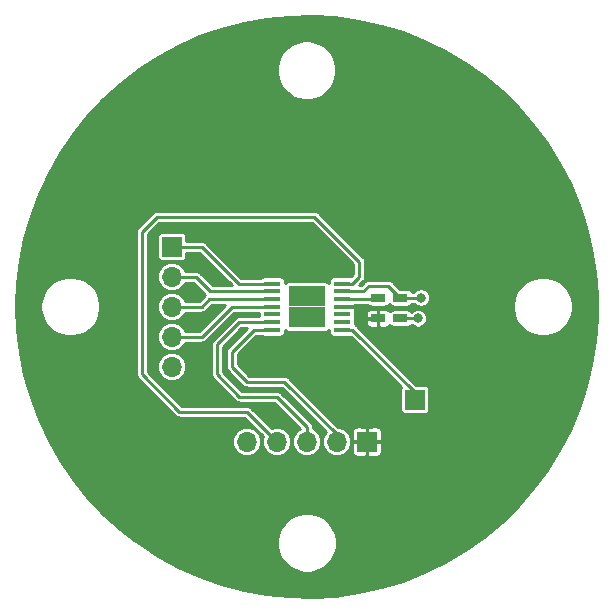
<source format=gbr>
G04 #@! TF.GenerationSoftware,KiCad,Pcbnew,(5.1.4)-1*
G04 #@! TF.CreationDate,2020-03-07T09:14:15+01:00*
G04 #@! TF.ProjectId,Encoder,456e636f-6465-4722-9e6b-696361645f70,rev?*
G04 #@! TF.SameCoordinates,Original*
G04 #@! TF.FileFunction,Copper,L1,Top*
G04 #@! TF.FilePolarity,Positive*
%FSLAX46Y46*%
G04 Gerber Fmt 4.6, Leading zero omitted, Abs format (unit mm)*
G04 Created by KiCad (PCBNEW (5.1.4)-1) date 2020-03-07 09:14:15*
%MOMM*%
%LPD*%
G04 APERTURE LIST*
%ADD10R,1.200000X0.750000*%
%ADD11R,1.700000X1.700000*%
%ADD12O,1.700000X1.700000*%
%ADD13R,1.500000X1.800000*%
%ADD14R,1.450000X0.450000*%
%ADD15C,0.800000*%
%ADD16C,0.250000*%
%ADD17C,0.254000*%
G04 APERTURE END LIST*
D10*
X167950000Y-79248000D03*
X166050000Y-79248000D03*
X166050000Y-81000000D03*
X167950000Y-81000000D03*
D11*
X148590000Y-74930000D03*
D12*
X148590000Y-77470000D03*
X148590000Y-80010000D03*
X148590000Y-82550000D03*
X148590000Y-85090000D03*
X154940000Y-91440000D03*
X157480000Y-91440000D03*
X160020000Y-91440000D03*
X162560000Y-91440000D03*
D11*
X165100000Y-91440000D03*
X169164000Y-87884000D03*
D13*
X159270000Y-79110000D03*
D14*
X162970000Y-78060000D03*
X162970000Y-78710000D03*
X162970000Y-79360000D03*
X162970000Y-80010000D03*
X162970000Y-80660000D03*
X162970000Y-81310000D03*
X162970000Y-81960000D03*
X157070000Y-81960000D03*
X157070000Y-81310000D03*
X157070000Y-80660000D03*
X157070000Y-80010000D03*
X157070000Y-79360000D03*
X157070000Y-78710000D03*
X157070000Y-78060000D03*
D13*
X160770000Y-79110000D03*
X160770000Y-80910000D03*
X159270000Y-80910000D03*
D15*
X169671996Y-79248004D03*
X169443986Y-81000000D03*
D16*
X169671992Y-79248000D02*
X169671996Y-79248004D01*
X167950000Y-79248000D02*
X169671992Y-79248000D01*
X166934000Y-78232000D02*
X167950000Y-79248000D01*
X165257998Y-78232000D02*
X166934000Y-78232000D01*
X162970000Y-78710000D02*
X164779998Y-78710000D01*
X164779998Y-78710000D02*
X165257998Y-78232000D01*
X167950000Y-81000000D02*
X169443986Y-81000000D01*
X165802000Y-79248000D02*
X166050000Y-79000000D01*
X165608000Y-79248000D02*
X165802000Y-79248000D01*
X162970000Y-79360000D02*
X165496000Y-79360000D01*
X165496000Y-79360000D02*
X165608000Y-79248000D01*
X151130000Y-74930000D02*
X148590000Y-74930000D01*
X157070000Y-78060000D02*
X154260000Y-78060000D01*
X154260000Y-78060000D02*
X151130000Y-74930000D01*
X150622000Y-77470000D02*
X148590000Y-77470000D01*
X157070000Y-78710000D02*
X151862000Y-78710000D01*
X151862000Y-78710000D02*
X150622000Y-77470000D01*
X151130000Y-80010000D02*
X148590000Y-80010000D01*
X157070000Y-79360000D02*
X151780000Y-79360000D01*
X151780000Y-79360000D02*
X151130000Y-80010000D01*
X153657499Y-80010000D02*
X157070000Y-80010000D01*
X148590000Y-82550000D02*
X151117499Y-82550000D01*
X151117499Y-82550000D02*
X153657499Y-80010000D01*
X154940000Y-88900000D02*
X157480000Y-91440000D01*
X149225000Y-88900000D02*
X154940000Y-88900000D01*
X146050000Y-85725000D02*
X149225000Y-88900000D01*
X146050000Y-73660000D02*
X146050000Y-85725000D01*
X163875000Y-78060000D02*
X164465000Y-77470000D01*
X162970000Y-78060000D02*
X163875000Y-78060000D01*
X164465000Y-76200000D02*
X160655000Y-72390000D01*
X160655000Y-72390000D02*
X147320000Y-72390000D01*
X164465000Y-77470000D02*
X164465000Y-76200000D01*
X147320000Y-72390000D02*
X146050000Y-73660000D01*
X160020000Y-90170000D02*
X160020000Y-91440000D01*
X154273590Y-81310000D02*
X152400000Y-83183590D01*
X157070000Y-81310000D02*
X154273590Y-81310000D01*
X152400000Y-83183590D02*
X152400000Y-85725000D01*
X152400000Y-85725000D02*
X154305000Y-87630000D01*
X154305000Y-87630000D02*
X157480000Y-87630000D01*
X157480000Y-87630000D02*
X160020000Y-90170000D01*
X162560000Y-90805000D02*
X158115000Y-86360000D01*
X155530000Y-81960000D02*
X157070000Y-81960000D01*
X162560000Y-91440000D02*
X162560000Y-90805000D01*
X158115000Y-86360000D02*
X154940000Y-86360000D01*
X154940000Y-86360000D02*
X153670000Y-85090000D01*
X153670000Y-85090000D02*
X153670000Y-83820000D01*
X153670000Y-83820000D02*
X155530000Y-81960000D01*
X169164000Y-87249000D02*
X169164000Y-87884000D01*
X162970000Y-81960000D02*
X163875000Y-81960000D01*
X163875000Y-81960000D02*
X169164000Y-87249000D01*
D17*
G36*
X162441048Y-55527441D02*
G01*
X164377680Y-55798745D01*
X166286635Y-56223056D01*
X168155845Y-56797693D01*
X169973490Y-57519023D01*
X171728079Y-58382484D01*
X173408520Y-59382618D01*
X175004188Y-60513102D01*
X176504995Y-61766789D01*
X177901451Y-63135752D01*
X179184729Y-64611336D01*
X180346715Y-66184212D01*
X181380063Y-67844435D01*
X182278239Y-69581511D01*
X183035564Y-71384455D01*
X183647252Y-73241870D01*
X184109433Y-75142011D01*
X184419188Y-77072867D01*
X184574556Y-79022228D01*
X184574556Y-80977772D01*
X184419188Y-82927133D01*
X184109433Y-84857989D01*
X183647252Y-86758130D01*
X183035564Y-88615545D01*
X182278239Y-90418489D01*
X181380063Y-92155565D01*
X180346715Y-93815788D01*
X179184729Y-95388664D01*
X177901451Y-96864248D01*
X176504995Y-98233211D01*
X175004188Y-99486898D01*
X173408520Y-100617382D01*
X171728079Y-101617516D01*
X169973490Y-102480977D01*
X168155845Y-103202307D01*
X166286635Y-103776944D01*
X164377680Y-104201255D01*
X162441048Y-104472559D01*
X160488983Y-104589138D01*
X158533826Y-104550258D01*
X156587938Y-104356163D01*
X154663623Y-104008080D01*
X152773046Y-103508211D01*
X150928161Y-102859715D01*
X149140630Y-102066693D01*
X147421756Y-101134157D01*
X145782405Y-100068005D01*
X145370325Y-99750718D01*
X157494001Y-99750718D01*
X157494001Y-100249282D01*
X157591266Y-100738265D01*
X157782058Y-101198878D01*
X158059045Y-101613418D01*
X158411583Y-101965956D01*
X158826123Y-102242943D01*
X159286736Y-102433735D01*
X159775719Y-102531000D01*
X160274283Y-102531000D01*
X160763266Y-102433735D01*
X161223879Y-102242943D01*
X161638419Y-101965956D01*
X161990957Y-101613418D01*
X162267944Y-101198878D01*
X162458736Y-100738265D01*
X162556001Y-100249282D01*
X162556001Y-99750718D01*
X162458736Y-99261735D01*
X162267944Y-98801122D01*
X161990957Y-98386582D01*
X161638419Y-98034044D01*
X161223879Y-97757057D01*
X160763266Y-97566265D01*
X160274283Y-97469000D01*
X159775719Y-97469000D01*
X159286736Y-97566265D01*
X158826123Y-97757057D01*
X158411583Y-98034044D01*
X158059045Y-98386582D01*
X157782058Y-98801122D01*
X157591266Y-99261735D01*
X157494001Y-99750718D01*
X145370325Y-99750718D01*
X144232943Y-98874977D01*
X142783165Y-97562615D01*
X141442238Y-96139216D01*
X140218638Y-94613780D01*
X139120103Y-92995951D01*
X138235472Y-91440000D01*
X153703044Y-91440000D01*
X153726812Y-91681318D01*
X153797202Y-91913363D01*
X153911509Y-92127216D01*
X154065340Y-92314660D01*
X154252784Y-92468491D01*
X154466637Y-92582798D01*
X154698682Y-92653188D01*
X154879528Y-92671000D01*
X155000472Y-92671000D01*
X155181318Y-92653188D01*
X155413363Y-92582798D01*
X155627216Y-92468491D01*
X155814660Y-92314660D01*
X155968491Y-92127216D01*
X156082798Y-91913363D01*
X156153188Y-91681318D01*
X156176956Y-91440000D01*
X156153188Y-91198682D01*
X156082798Y-90966637D01*
X155968491Y-90752784D01*
X155814660Y-90565340D01*
X155627216Y-90411509D01*
X155413363Y-90297202D01*
X155181318Y-90226812D01*
X155000472Y-90209000D01*
X154879528Y-90209000D01*
X154698682Y-90226812D01*
X154466637Y-90297202D01*
X154252784Y-90411509D01*
X154065340Y-90565340D01*
X153911509Y-90752784D01*
X153797202Y-90966637D01*
X153726812Y-91198682D01*
X153703044Y-91440000D01*
X138235472Y-91440000D01*
X138153577Y-91295958D01*
X137325172Y-89524547D01*
X136640124Y-87692920D01*
X136102764Y-85812655D01*
X135716491Y-83895641D01*
X135483746Y-81953997D01*
X135406000Y-80000000D01*
X135415918Y-79750718D01*
X137469000Y-79750718D01*
X137469000Y-80249282D01*
X137566265Y-80738265D01*
X137757057Y-81198878D01*
X138034044Y-81613418D01*
X138386582Y-81965956D01*
X138801122Y-82242943D01*
X139261735Y-82433735D01*
X139750718Y-82531000D01*
X140249282Y-82531000D01*
X140738265Y-82433735D01*
X141198878Y-82242943D01*
X141613418Y-81965956D01*
X141965956Y-81613418D01*
X142242943Y-81198878D01*
X142433735Y-80738265D01*
X142531000Y-80249282D01*
X142531000Y-79750718D01*
X142433735Y-79261735D01*
X142242943Y-78801122D01*
X141965956Y-78386582D01*
X141613418Y-78034044D01*
X141198878Y-77757057D01*
X140738265Y-77566265D01*
X140249282Y-77469000D01*
X139750718Y-77469000D01*
X139261735Y-77566265D01*
X138801122Y-77757057D01*
X138386582Y-78034044D01*
X138034044Y-78386582D01*
X137757057Y-78801122D01*
X137566265Y-79261735D01*
X137469000Y-79750718D01*
X135415918Y-79750718D01*
X135483746Y-78046003D01*
X135716491Y-76104359D01*
X136102764Y-74187345D01*
X136253473Y-73660000D01*
X145541553Y-73660000D01*
X145544000Y-73684846D01*
X145544001Y-85700144D01*
X145541553Y-85725000D01*
X145551322Y-85824192D01*
X145580255Y-85919574D01*
X145589699Y-85937242D01*
X145627242Y-86007479D01*
X145690474Y-86084527D01*
X145709781Y-86100372D01*
X148849628Y-89240220D01*
X148865473Y-89259527D01*
X148942521Y-89322759D01*
X149030425Y-89369745D01*
X149125807Y-89398678D01*
X149200146Y-89406000D01*
X149200153Y-89406000D01*
X149224999Y-89408447D01*
X149249845Y-89406000D01*
X154730409Y-89406000D01*
X156326459Y-91002051D01*
X156266812Y-91198682D01*
X156243044Y-91440000D01*
X156266812Y-91681318D01*
X156337202Y-91913363D01*
X156451509Y-92127216D01*
X156605340Y-92314660D01*
X156792784Y-92468491D01*
X157006637Y-92582798D01*
X157238682Y-92653188D01*
X157419528Y-92671000D01*
X157540472Y-92671000D01*
X157721318Y-92653188D01*
X157953363Y-92582798D01*
X158167216Y-92468491D01*
X158354660Y-92314660D01*
X158508491Y-92127216D01*
X158622798Y-91913363D01*
X158693188Y-91681318D01*
X158716956Y-91440000D01*
X158693188Y-91198682D01*
X158622798Y-90966637D01*
X158508491Y-90752784D01*
X158354660Y-90565340D01*
X158167216Y-90411509D01*
X157953363Y-90297202D01*
X157721318Y-90226812D01*
X157540472Y-90209000D01*
X157419528Y-90209000D01*
X157238682Y-90226812D01*
X157042051Y-90286459D01*
X155315376Y-88559785D01*
X155299527Y-88540473D01*
X155222479Y-88477241D01*
X155134575Y-88430255D01*
X155039193Y-88401322D01*
X154964854Y-88394000D01*
X154964846Y-88394000D01*
X154940000Y-88391553D01*
X154915154Y-88394000D01*
X149434592Y-88394000D01*
X146556000Y-85515409D01*
X146556000Y-85090000D01*
X147353044Y-85090000D01*
X147376812Y-85331318D01*
X147447202Y-85563363D01*
X147561509Y-85777216D01*
X147715340Y-85964660D01*
X147902784Y-86118491D01*
X148116637Y-86232798D01*
X148348682Y-86303188D01*
X148529528Y-86321000D01*
X148650472Y-86321000D01*
X148831318Y-86303188D01*
X149063363Y-86232798D01*
X149277216Y-86118491D01*
X149464660Y-85964660D01*
X149618491Y-85777216D01*
X149732798Y-85563363D01*
X149803188Y-85331318D01*
X149826956Y-85090000D01*
X149803188Y-84848682D01*
X149732798Y-84616637D01*
X149618491Y-84402784D01*
X149464660Y-84215340D01*
X149277216Y-84061509D01*
X149063363Y-83947202D01*
X148831318Y-83876812D01*
X148650472Y-83859000D01*
X148529528Y-83859000D01*
X148348682Y-83876812D01*
X148116637Y-83947202D01*
X147902784Y-84061509D01*
X147715340Y-84215340D01*
X147561509Y-84402784D01*
X147447202Y-84616637D01*
X147376812Y-84848682D01*
X147353044Y-85090000D01*
X146556000Y-85090000D01*
X146556000Y-73869591D01*
X147529592Y-72896000D01*
X160445409Y-72896000D01*
X163959001Y-76409593D01*
X163959000Y-77260408D01*
X163760774Y-77458635D01*
X163695000Y-77452157D01*
X162245000Y-77452157D01*
X162170311Y-77459513D01*
X162098492Y-77481299D01*
X162032304Y-77516678D01*
X161974289Y-77564289D01*
X161926678Y-77622304D01*
X161891299Y-77688492D01*
X161869513Y-77760311D01*
X161862157Y-77835000D01*
X161862157Y-78041895D01*
X161838322Y-77997304D01*
X161790711Y-77939289D01*
X161732696Y-77891678D01*
X161666508Y-77856299D01*
X161594689Y-77834513D01*
X161520000Y-77827157D01*
X158520000Y-77827157D01*
X158445311Y-77834513D01*
X158373492Y-77856299D01*
X158307304Y-77891678D01*
X158249289Y-77939289D01*
X158201678Y-77997304D01*
X158177843Y-78041895D01*
X158177843Y-77835000D01*
X158170487Y-77760311D01*
X158148701Y-77688492D01*
X158113322Y-77622304D01*
X158065711Y-77564289D01*
X158007696Y-77516678D01*
X157941508Y-77481299D01*
X157869689Y-77459513D01*
X157795000Y-77452157D01*
X156345000Y-77452157D01*
X156270311Y-77459513D01*
X156198492Y-77481299D01*
X156132304Y-77516678D01*
X156086826Y-77554000D01*
X154469592Y-77554000D01*
X151505376Y-74589785D01*
X151489527Y-74570473D01*
X151412479Y-74507241D01*
X151324575Y-74460255D01*
X151229193Y-74431322D01*
X151154854Y-74424000D01*
X151154846Y-74424000D01*
X151130000Y-74421553D01*
X151105154Y-74424000D01*
X149822843Y-74424000D01*
X149822843Y-74080000D01*
X149815487Y-74005311D01*
X149793701Y-73933492D01*
X149758322Y-73867304D01*
X149710711Y-73809289D01*
X149652696Y-73761678D01*
X149586508Y-73726299D01*
X149514689Y-73704513D01*
X149440000Y-73697157D01*
X147740000Y-73697157D01*
X147665311Y-73704513D01*
X147593492Y-73726299D01*
X147527304Y-73761678D01*
X147469289Y-73809289D01*
X147421678Y-73867304D01*
X147386299Y-73933492D01*
X147364513Y-74005311D01*
X147357157Y-74080000D01*
X147357157Y-75780000D01*
X147364513Y-75854689D01*
X147386299Y-75926508D01*
X147421678Y-75992696D01*
X147469289Y-76050711D01*
X147527304Y-76098322D01*
X147593492Y-76133701D01*
X147665311Y-76155487D01*
X147740000Y-76162843D01*
X149440000Y-76162843D01*
X149514689Y-76155487D01*
X149586508Y-76133701D01*
X149652696Y-76098322D01*
X149710711Y-76050711D01*
X149758322Y-75992696D01*
X149793701Y-75926508D01*
X149815487Y-75854689D01*
X149822843Y-75780000D01*
X149822843Y-75436000D01*
X150920409Y-75436000D01*
X153688408Y-78204000D01*
X152071592Y-78204000D01*
X150997376Y-77129785D01*
X150981527Y-77110473D01*
X150904479Y-77047241D01*
X150816575Y-77000255D01*
X150721193Y-76971322D01*
X150646854Y-76964000D01*
X150646846Y-76964000D01*
X150622000Y-76961553D01*
X150597154Y-76964000D01*
X149715353Y-76964000D01*
X149618491Y-76782784D01*
X149464660Y-76595340D01*
X149277216Y-76441509D01*
X149063363Y-76327202D01*
X148831318Y-76256812D01*
X148650472Y-76239000D01*
X148529528Y-76239000D01*
X148348682Y-76256812D01*
X148116637Y-76327202D01*
X147902784Y-76441509D01*
X147715340Y-76595340D01*
X147561509Y-76782784D01*
X147447202Y-76996637D01*
X147376812Y-77228682D01*
X147353044Y-77470000D01*
X147376812Y-77711318D01*
X147447202Y-77943363D01*
X147561509Y-78157216D01*
X147715340Y-78344660D01*
X147902784Y-78498491D01*
X148116637Y-78612798D01*
X148348682Y-78683188D01*
X148529528Y-78701000D01*
X148650472Y-78701000D01*
X148831318Y-78683188D01*
X149063363Y-78612798D01*
X149277216Y-78498491D01*
X149464660Y-78344660D01*
X149618491Y-78157216D01*
X149715353Y-77976000D01*
X150412409Y-77976000D01*
X151429485Y-78993077D01*
X151420473Y-79000473D01*
X151404629Y-79019779D01*
X150920409Y-79504000D01*
X149715353Y-79504000D01*
X149618491Y-79322784D01*
X149464660Y-79135340D01*
X149277216Y-78981509D01*
X149063363Y-78867202D01*
X148831318Y-78796812D01*
X148650472Y-78779000D01*
X148529528Y-78779000D01*
X148348682Y-78796812D01*
X148116637Y-78867202D01*
X147902784Y-78981509D01*
X147715340Y-79135340D01*
X147561509Y-79322784D01*
X147447202Y-79536637D01*
X147376812Y-79768682D01*
X147353044Y-80010000D01*
X147376812Y-80251318D01*
X147447202Y-80483363D01*
X147561509Y-80697216D01*
X147715340Y-80884660D01*
X147902784Y-81038491D01*
X148116637Y-81152798D01*
X148348682Y-81223188D01*
X148529528Y-81241000D01*
X148650472Y-81241000D01*
X148831318Y-81223188D01*
X149063363Y-81152798D01*
X149277216Y-81038491D01*
X149464660Y-80884660D01*
X149618491Y-80697216D01*
X149715353Y-80516000D01*
X151105154Y-80516000D01*
X151130000Y-80518447D01*
X151154846Y-80516000D01*
X151154854Y-80516000D01*
X151229193Y-80508678D01*
X151324575Y-80479745D01*
X151412479Y-80432759D01*
X151489527Y-80369527D01*
X151505376Y-80350215D01*
X151989592Y-79866000D01*
X153085907Y-79866000D01*
X150907908Y-82044000D01*
X149715353Y-82044000D01*
X149618491Y-81862784D01*
X149464660Y-81675340D01*
X149277216Y-81521509D01*
X149063363Y-81407202D01*
X148831318Y-81336812D01*
X148650472Y-81319000D01*
X148529528Y-81319000D01*
X148348682Y-81336812D01*
X148116637Y-81407202D01*
X147902784Y-81521509D01*
X147715340Y-81675340D01*
X147561509Y-81862784D01*
X147447202Y-82076637D01*
X147376812Y-82308682D01*
X147353044Y-82550000D01*
X147376812Y-82791318D01*
X147447202Y-83023363D01*
X147561509Y-83237216D01*
X147715340Y-83424660D01*
X147902784Y-83578491D01*
X148116637Y-83692798D01*
X148348682Y-83763188D01*
X148529528Y-83781000D01*
X148650472Y-83781000D01*
X148831318Y-83763188D01*
X149063363Y-83692798D01*
X149277216Y-83578491D01*
X149464660Y-83424660D01*
X149618491Y-83237216D01*
X149715353Y-83056000D01*
X151092653Y-83056000D01*
X151117499Y-83058447D01*
X151142345Y-83056000D01*
X151142353Y-83056000D01*
X151216692Y-83048678D01*
X151312074Y-83019745D01*
X151399978Y-82972759D01*
X151477026Y-82909527D01*
X151492875Y-82890215D01*
X153867091Y-80516000D01*
X155962157Y-80516000D01*
X155962157Y-80804000D01*
X154298435Y-80804000D01*
X154273589Y-80801553D01*
X154248743Y-80804000D01*
X154248736Y-80804000D01*
X154184284Y-80810348D01*
X154174396Y-80811322D01*
X154152197Y-80818056D01*
X154079015Y-80840255D01*
X153991111Y-80887241D01*
X153914063Y-80950473D01*
X153898218Y-80969780D01*
X152059785Y-82808214D01*
X152040473Y-82824063D01*
X151977241Y-82901111D01*
X151930255Y-82989016D01*
X151901322Y-83084398D01*
X151894000Y-83158737D01*
X151894000Y-83158744D01*
X151891553Y-83183590D01*
X151894000Y-83208436D01*
X151894001Y-85700144D01*
X151891553Y-85725000D01*
X151901322Y-85824192D01*
X151930255Y-85919574D01*
X151939699Y-85937242D01*
X151977242Y-86007479D01*
X152040474Y-86084527D01*
X152059781Y-86100372D01*
X153929628Y-87970220D01*
X153945473Y-87989527D01*
X154022521Y-88052759D01*
X154110425Y-88099745D01*
X154205807Y-88128678D01*
X154305000Y-88138448D01*
X154329854Y-88136000D01*
X157270409Y-88136000D01*
X159471677Y-90337269D01*
X159332784Y-90411509D01*
X159145340Y-90565340D01*
X158991509Y-90752784D01*
X158877202Y-90966637D01*
X158806812Y-91198682D01*
X158783044Y-91440000D01*
X158806812Y-91681318D01*
X158877202Y-91913363D01*
X158991509Y-92127216D01*
X159145340Y-92314660D01*
X159332784Y-92468491D01*
X159546637Y-92582798D01*
X159778682Y-92653188D01*
X159959528Y-92671000D01*
X160080472Y-92671000D01*
X160261318Y-92653188D01*
X160493363Y-92582798D01*
X160707216Y-92468491D01*
X160894660Y-92314660D01*
X161048491Y-92127216D01*
X161162798Y-91913363D01*
X161233188Y-91681318D01*
X161256956Y-91440000D01*
X161233188Y-91198682D01*
X161162798Y-90966637D01*
X161048491Y-90752784D01*
X160894660Y-90565340D01*
X160707216Y-90411509D01*
X160526000Y-90314647D01*
X160526000Y-90194845D01*
X160528447Y-90169999D01*
X160526000Y-90145153D01*
X160526000Y-90145146D01*
X160518678Y-90070807D01*
X160489745Y-89975425D01*
X160442759Y-89887521D01*
X160379527Y-89810473D01*
X160360220Y-89794628D01*
X157855376Y-87289785D01*
X157839527Y-87270473D01*
X157762479Y-87207241D01*
X157674575Y-87160255D01*
X157579193Y-87131322D01*
X157504854Y-87124000D01*
X157504846Y-87124000D01*
X157480000Y-87121553D01*
X157455154Y-87124000D01*
X154514592Y-87124000D01*
X152906000Y-85515409D01*
X152906000Y-83393181D01*
X154483182Y-81816000D01*
X154958408Y-81816000D01*
X153329781Y-83444628D01*
X153310474Y-83460473D01*
X153247242Y-83537521D01*
X153244251Y-83543117D01*
X153200255Y-83625426D01*
X153171322Y-83720808D01*
X153161553Y-83820000D01*
X153164001Y-83844856D01*
X153164000Y-85065153D01*
X153161553Y-85090000D01*
X153164000Y-85114846D01*
X153164000Y-85114853D01*
X153171322Y-85189192D01*
X153200255Y-85284574D01*
X153247241Y-85372479D01*
X153310473Y-85449527D01*
X153329785Y-85465376D01*
X154564628Y-86700220D01*
X154580473Y-86719527D01*
X154657521Y-86782759D01*
X154729633Y-86821304D01*
X154745425Y-86829745D01*
X154840806Y-86858678D01*
X154850694Y-86859652D01*
X154915146Y-86866000D01*
X154915153Y-86866000D01*
X154939999Y-86868447D01*
X154964845Y-86866000D01*
X157905409Y-86866000D01*
X161649013Y-90609605D01*
X161531509Y-90752784D01*
X161417202Y-90966637D01*
X161346812Y-91198682D01*
X161323044Y-91440000D01*
X161346812Y-91681318D01*
X161417202Y-91913363D01*
X161531509Y-92127216D01*
X161685340Y-92314660D01*
X161872784Y-92468491D01*
X162086637Y-92582798D01*
X162318682Y-92653188D01*
X162499528Y-92671000D01*
X162620472Y-92671000D01*
X162801318Y-92653188D01*
X163033363Y-92582798D01*
X163247216Y-92468491D01*
X163434660Y-92314660D01*
X163454897Y-92290000D01*
X163820934Y-92290000D01*
X163829178Y-92373707D01*
X163853595Y-92454196D01*
X163893245Y-92528376D01*
X163946605Y-92593395D01*
X164011624Y-92646755D01*
X164085804Y-92686405D01*
X164166293Y-92710822D01*
X164250000Y-92719066D01*
X164970250Y-92717000D01*
X165077000Y-92610250D01*
X165077000Y-91463000D01*
X165123000Y-91463000D01*
X165123000Y-92610250D01*
X165229750Y-92717000D01*
X165950000Y-92719066D01*
X166033707Y-92710822D01*
X166114196Y-92686405D01*
X166188376Y-92646755D01*
X166253395Y-92593395D01*
X166306755Y-92528376D01*
X166346405Y-92454196D01*
X166370822Y-92373707D01*
X166379066Y-92290000D01*
X166377000Y-91569750D01*
X166270250Y-91463000D01*
X165123000Y-91463000D01*
X165077000Y-91463000D01*
X163929750Y-91463000D01*
X163823000Y-91569750D01*
X163820934Y-92290000D01*
X163454897Y-92290000D01*
X163588491Y-92127216D01*
X163702798Y-91913363D01*
X163773188Y-91681318D01*
X163796956Y-91440000D01*
X163773188Y-91198682D01*
X163702798Y-90966637D01*
X163588491Y-90752784D01*
X163454898Y-90590000D01*
X163820934Y-90590000D01*
X163823000Y-91310250D01*
X163929750Y-91417000D01*
X165077000Y-91417000D01*
X165077000Y-90269750D01*
X165123000Y-90269750D01*
X165123000Y-91417000D01*
X166270250Y-91417000D01*
X166377000Y-91310250D01*
X166379066Y-90590000D01*
X166370822Y-90506293D01*
X166346405Y-90425804D01*
X166306755Y-90351624D01*
X166253395Y-90286605D01*
X166188376Y-90233245D01*
X166114196Y-90193595D01*
X166033707Y-90169178D01*
X165950000Y-90160934D01*
X165229750Y-90163000D01*
X165123000Y-90269750D01*
X165077000Y-90269750D01*
X164970250Y-90163000D01*
X164250000Y-90160934D01*
X164166293Y-90169178D01*
X164085804Y-90193595D01*
X164011624Y-90233245D01*
X163946605Y-90286605D01*
X163893245Y-90351624D01*
X163853595Y-90425804D01*
X163829178Y-90506293D01*
X163820934Y-90590000D01*
X163454898Y-90590000D01*
X163434660Y-90565340D01*
X163247216Y-90411509D01*
X163033363Y-90297202D01*
X162801318Y-90226812D01*
X162686051Y-90215459D01*
X158490376Y-86019785D01*
X158474527Y-86000473D01*
X158397479Y-85937241D01*
X158309575Y-85890255D01*
X158214193Y-85861322D01*
X158139854Y-85854000D01*
X158139846Y-85854000D01*
X158115000Y-85851553D01*
X158090154Y-85854000D01*
X155149592Y-85854000D01*
X154176000Y-84880409D01*
X154176000Y-84029591D01*
X155739592Y-82466000D01*
X156086826Y-82466000D01*
X156132304Y-82503322D01*
X156198492Y-82538701D01*
X156270311Y-82560487D01*
X156345000Y-82567843D01*
X157795000Y-82567843D01*
X157869689Y-82560487D01*
X157941508Y-82538701D01*
X158007696Y-82503322D01*
X158065711Y-82455711D01*
X158113322Y-82397696D01*
X158148701Y-82331508D01*
X158170487Y-82259689D01*
X158177843Y-82185000D01*
X158177843Y-81978105D01*
X158201678Y-82022696D01*
X158249289Y-82080711D01*
X158307304Y-82128322D01*
X158373492Y-82163701D01*
X158445311Y-82185487D01*
X158520000Y-82192843D01*
X161520000Y-82192843D01*
X161594689Y-82185487D01*
X161666508Y-82163701D01*
X161732696Y-82128322D01*
X161790711Y-82080711D01*
X161838322Y-82022696D01*
X161862157Y-81978105D01*
X161862157Y-82185000D01*
X161869513Y-82259689D01*
X161891299Y-82331508D01*
X161926678Y-82397696D01*
X161974289Y-82455711D01*
X162032304Y-82503322D01*
X162098492Y-82538701D01*
X162170311Y-82560487D01*
X162245000Y-82567843D01*
X163695000Y-82567843D01*
X163760774Y-82561365D01*
X168006962Y-86807554D01*
X167995678Y-86821304D01*
X167960299Y-86887492D01*
X167938513Y-86959311D01*
X167931157Y-87034000D01*
X167931157Y-88734000D01*
X167938513Y-88808689D01*
X167960299Y-88880508D01*
X167995678Y-88946696D01*
X168043289Y-89004711D01*
X168101304Y-89052322D01*
X168167492Y-89087701D01*
X168239311Y-89109487D01*
X168314000Y-89116843D01*
X170014000Y-89116843D01*
X170088689Y-89109487D01*
X170160508Y-89087701D01*
X170226696Y-89052322D01*
X170284711Y-89004711D01*
X170332322Y-88946696D01*
X170367701Y-88880508D01*
X170389487Y-88808689D01*
X170396843Y-88734000D01*
X170396843Y-87034000D01*
X170389487Y-86959311D01*
X170367701Y-86887492D01*
X170332322Y-86821304D01*
X170284711Y-86763289D01*
X170226696Y-86715678D01*
X170160508Y-86680299D01*
X170088689Y-86658513D01*
X170014000Y-86651157D01*
X169281749Y-86651157D01*
X164250376Y-81619785D01*
X164234527Y-81600473D01*
X164157479Y-81537241D01*
X164077843Y-81494674D01*
X164077843Y-81375000D01*
X165020934Y-81375000D01*
X165029178Y-81458707D01*
X165053595Y-81539196D01*
X165093245Y-81613376D01*
X165146605Y-81678395D01*
X165211624Y-81731755D01*
X165285804Y-81771405D01*
X165366293Y-81795822D01*
X165450000Y-81804066D01*
X165920250Y-81802000D01*
X166027000Y-81695250D01*
X166027000Y-81023000D01*
X165129750Y-81023000D01*
X165023000Y-81129750D01*
X165020934Y-81375000D01*
X164077843Y-81375000D01*
X164077843Y-81085000D01*
X164070487Y-81010311D01*
X164062809Y-80985000D01*
X164070487Y-80959689D01*
X164077843Y-80885000D01*
X164077843Y-80625000D01*
X165020934Y-80625000D01*
X165023000Y-80870250D01*
X165129750Y-80977000D01*
X166027000Y-80977000D01*
X166027000Y-80304750D01*
X166073000Y-80304750D01*
X166073000Y-80977000D01*
X166093000Y-80977000D01*
X166093000Y-81023000D01*
X166073000Y-81023000D01*
X166073000Y-81695250D01*
X166179750Y-81802000D01*
X166650000Y-81804066D01*
X166733707Y-81795822D01*
X166814196Y-81771405D01*
X166888376Y-81731755D01*
X166953395Y-81678395D01*
X167006755Y-81613376D01*
X167026080Y-81577222D01*
X167031678Y-81587696D01*
X167079289Y-81645711D01*
X167137304Y-81693322D01*
X167203492Y-81728701D01*
X167275311Y-81750487D01*
X167350000Y-81757843D01*
X168550000Y-81757843D01*
X168624689Y-81750487D01*
X168696508Y-81728701D01*
X168762696Y-81693322D01*
X168820711Y-81645711D01*
X168868322Y-81587696D01*
X168888824Y-81549339D01*
X168946127Y-81606642D01*
X169074044Y-81692113D01*
X169216177Y-81750987D01*
X169367064Y-81781000D01*
X169520908Y-81781000D01*
X169671795Y-81750987D01*
X169813928Y-81692113D01*
X169941845Y-81606642D01*
X170050628Y-81497859D01*
X170136099Y-81369942D01*
X170194973Y-81227809D01*
X170224986Y-81076922D01*
X170224986Y-80923078D01*
X170194973Y-80772191D01*
X170136099Y-80630058D01*
X170050628Y-80502141D01*
X169941845Y-80393358D01*
X169813928Y-80307887D01*
X169671795Y-80249013D01*
X169520908Y-80219000D01*
X169367064Y-80219000D01*
X169216177Y-80249013D01*
X169074044Y-80307887D01*
X168946127Y-80393358D01*
X168888824Y-80450661D01*
X168868322Y-80412304D01*
X168820711Y-80354289D01*
X168762696Y-80306678D01*
X168696508Y-80271299D01*
X168624689Y-80249513D01*
X168550000Y-80242157D01*
X167350000Y-80242157D01*
X167275311Y-80249513D01*
X167203492Y-80271299D01*
X167137304Y-80306678D01*
X167079289Y-80354289D01*
X167031678Y-80412304D01*
X167026080Y-80422778D01*
X167006755Y-80386624D01*
X166953395Y-80321605D01*
X166888376Y-80268245D01*
X166814196Y-80228595D01*
X166733707Y-80204178D01*
X166650000Y-80195934D01*
X166179750Y-80198000D01*
X166073000Y-80304750D01*
X166027000Y-80304750D01*
X165920250Y-80198000D01*
X165450000Y-80195934D01*
X165366293Y-80204178D01*
X165285804Y-80228595D01*
X165211624Y-80268245D01*
X165146605Y-80321605D01*
X165093245Y-80386624D01*
X165053595Y-80460804D01*
X165029178Y-80541293D01*
X165020934Y-80625000D01*
X164077843Y-80625000D01*
X164077843Y-80435000D01*
X164076975Y-80426192D01*
X164091405Y-80399196D01*
X164115822Y-80318707D01*
X164124066Y-80235000D01*
X164122000Y-80139750D01*
X164015250Y-80033000D01*
X162993000Y-80033000D01*
X162993000Y-80052157D01*
X162947000Y-80052157D01*
X162947000Y-80033000D01*
X162927000Y-80033000D01*
X162927000Y-79987000D01*
X162947000Y-79987000D01*
X162947000Y-79967843D01*
X162993000Y-79967843D01*
X162993000Y-79987000D01*
X164015250Y-79987000D01*
X164122000Y-79880250D01*
X164122309Y-79866000D01*
X165156547Y-79866000D01*
X165179289Y-79893711D01*
X165237304Y-79941322D01*
X165303492Y-79976701D01*
X165375311Y-79998487D01*
X165450000Y-80005843D01*
X166650000Y-80005843D01*
X166724689Y-79998487D01*
X166796508Y-79976701D01*
X166862696Y-79941322D01*
X166920711Y-79893711D01*
X166968322Y-79835696D01*
X167000000Y-79776432D01*
X167031678Y-79835696D01*
X167079289Y-79893711D01*
X167137304Y-79941322D01*
X167203492Y-79976701D01*
X167275311Y-79998487D01*
X167350000Y-80005843D01*
X168550000Y-80005843D01*
X168624689Y-79998487D01*
X168696508Y-79976701D01*
X168762696Y-79941322D01*
X168820711Y-79893711D01*
X168868322Y-79835696D01*
X168903701Y-79769508D01*
X168908405Y-79754000D01*
X169073491Y-79754000D01*
X169174137Y-79854646D01*
X169302054Y-79940117D01*
X169444187Y-79998991D01*
X169595074Y-80029004D01*
X169748918Y-80029004D01*
X169899805Y-79998991D01*
X170041938Y-79940117D01*
X170169855Y-79854646D01*
X170273783Y-79750718D01*
X177469000Y-79750718D01*
X177469000Y-80249282D01*
X177566265Y-80738265D01*
X177757057Y-81198878D01*
X178034044Y-81613418D01*
X178386582Y-81965956D01*
X178801122Y-82242943D01*
X179261735Y-82433735D01*
X179750718Y-82531000D01*
X180249282Y-82531000D01*
X180738265Y-82433735D01*
X181198878Y-82242943D01*
X181613418Y-81965956D01*
X181965956Y-81613418D01*
X182242943Y-81198878D01*
X182433735Y-80738265D01*
X182531000Y-80249282D01*
X182531000Y-79750718D01*
X182433735Y-79261735D01*
X182242943Y-78801122D01*
X181965956Y-78386582D01*
X181613418Y-78034044D01*
X181198878Y-77757057D01*
X180738265Y-77566265D01*
X180249282Y-77469000D01*
X179750718Y-77469000D01*
X179261735Y-77566265D01*
X178801122Y-77757057D01*
X178386582Y-78034044D01*
X178034044Y-78386582D01*
X177757057Y-78801122D01*
X177566265Y-79261735D01*
X177469000Y-79750718D01*
X170273783Y-79750718D01*
X170278638Y-79745863D01*
X170364109Y-79617946D01*
X170422983Y-79475813D01*
X170452996Y-79324926D01*
X170452996Y-79171082D01*
X170422983Y-79020195D01*
X170364109Y-78878062D01*
X170278638Y-78750145D01*
X170169855Y-78641362D01*
X170041938Y-78555891D01*
X169899805Y-78497017D01*
X169748918Y-78467004D01*
X169595074Y-78467004D01*
X169444187Y-78497017D01*
X169302054Y-78555891D01*
X169174137Y-78641362D01*
X169073499Y-78742000D01*
X168908405Y-78742000D01*
X168903701Y-78726492D01*
X168868322Y-78660304D01*
X168820711Y-78602289D01*
X168762696Y-78554678D01*
X168696508Y-78519299D01*
X168624689Y-78497513D01*
X168550000Y-78490157D01*
X167907749Y-78490157D01*
X167309376Y-77891785D01*
X167293527Y-77872473D01*
X167216479Y-77809241D01*
X167128575Y-77762255D01*
X167033193Y-77733322D01*
X166958854Y-77726000D01*
X166958846Y-77726000D01*
X166934000Y-77723553D01*
X166909154Y-77726000D01*
X165282843Y-77726000D01*
X165257997Y-77723553D01*
X165233151Y-77726000D01*
X165233144Y-77726000D01*
X165158805Y-77733322D01*
X165063423Y-77762255D01*
X164975519Y-77809241D01*
X164898471Y-77872473D01*
X164882626Y-77891780D01*
X164570407Y-78204000D01*
X164446591Y-78204000D01*
X164805220Y-77845372D01*
X164824527Y-77829527D01*
X164887759Y-77752479D01*
X164934745Y-77664575D01*
X164963678Y-77569193D01*
X164971000Y-77494854D01*
X164971000Y-77494847D01*
X164973447Y-77470001D01*
X164971000Y-77445155D01*
X164971000Y-76224854D01*
X164973448Y-76200000D01*
X164963678Y-76100807D01*
X164934745Y-76005425D01*
X164927941Y-75992696D01*
X164887759Y-75917521D01*
X164824527Y-75840473D01*
X164805220Y-75824628D01*
X161030376Y-72049785D01*
X161014527Y-72030473D01*
X160937479Y-71967241D01*
X160849575Y-71920255D01*
X160754193Y-71891322D01*
X160679854Y-71884000D01*
X160679846Y-71884000D01*
X160655000Y-71881553D01*
X160630154Y-71884000D01*
X147344845Y-71884000D01*
X147319999Y-71881553D01*
X147295153Y-71884000D01*
X147295146Y-71884000D01*
X147230694Y-71890348D01*
X147220806Y-71891322D01*
X147125425Y-71920255D01*
X147037521Y-71967241D01*
X146960473Y-72030473D01*
X146944628Y-72049780D01*
X145709785Y-73284624D01*
X145690473Y-73300473D01*
X145627241Y-73377521D01*
X145580255Y-73465426D01*
X145551322Y-73560808D01*
X145544000Y-73635147D01*
X145544000Y-73635154D01*
X145541553Y-73660000D01*
X136253473Y-73660000D01*
X136640124Y-72307080D01*
X137325172Y-70475453D01*
X138153577Y-68704042D01*
X139120103Y-67004049D01*
X140218638Y-65386220D01*
X141442238Y-63860784D01*
X142783165Y-62437385D01*
X144232943Y-61125023D01*
X145782405Y-59931995D01*
X146061142Y-59750718D01*
X157469000Y-59750718D01*
X157469000Y-60249282D01*
X157566265Y-60738265D01*
X157757057Y-61198878D01*
X158034044Y-61613418D01*
X158386582Y-61965956D01*
X158801122Y-62242943D01*
X159261735Y-62433735D01*
X159750718Y-62531000D01*
X160249282Y-62531000D01*
X160738265Y-62433735D01*
X161198878Y-62242943D01*
X161613418Y-61965956D01*
X161965956Y-61613418D01*
X162242943Y-61198878D01*
X162433735Y-60738265D01*
X162531000Y-60249282D01*
X162531000Y-59750718D01*
X162433735Y-59261735D01*
X162242943Y-58801122D01*
X161965956Y-58386582D01*
X161613418Y-58034044D01*
X161198878Y-57757057D01*
X160738265Y-57566265D01*
X160249282Y-57469000D01*
X159750718Y-57469000D01*
X159261735Y-57566265D01*
X158801122Y-57757057D01*
X158386582Y-58034044D01*
X158034044Y-58386582D01*
X157757057Y-58801122D01*
X157566265Y-59261735D01*
X157469000Y-59750718D01*
X146061142Y-59750718D01*
X147421756Y-58865843D01*
X149140630Y-57933307D01*
X150928161Y-57140285D01*
X152773046Y-56491789D01*
X154663623Y-55991920D01*
X156587938Y-55643837D01*
X158533826Y-55449742D01*
X160488983Y-55410862D01*
X162441048Y-55527441D01*
X162441048Y-55527441D01*
G37*
X162441048Y-55527441D02*
X164377680Y-55798745D01*
X166286635Y-56223056D01*
X168155845Y-56797693D01*
X169973490Y-57519023D01*
X171728079Y-58382484D01*
X173408520Y-59382618D01*
X175004188Y-60513102D01*
X176504995Y-61766789D01*
X177901451Y-63135752D01*
X179184729Y-64611336D01*
X180346715Y-66184212D01*
X181380063Y-67844435D01*
X182278239Y-69581511D01*
X183035564Y-71384455D01*
X183647252Y-73241870D01*
X184109433Y-75142011D01*
X184419188Y-77072867D01*
X184574556Y-79022228D01*
X184574556Y-80977772D01*
X184419188Y-82927133D01*
X184109433Y-84857989D01*
X183647252Y-86758130D01*
X183035564Y-88615545D01*
X182278239Y-90418489D01*
X181380063Y-92155565D01*
X180346715Y-93815788D01*
X179184729Y-95388664D01*
X177901451Y-96864248D01*
X176504995Y-98233211D01*
X175004188Y-99486898D01*
X173408520Y-100617382D01*
X171728079Y-101617516D01*
X169973490Y-102480977D01*
X168155845Y-103202307D01*
X166286635Y-103776944D01*
X164377680Y-104201255D01*
X162441048Y-104472559D01*
X160488983Y-104589138D01*
X158533826Y-104550258D01*
X156587938Y-104356163D01*
X154663623Y-104008080D01*
X152773046Y-103508211D01*
X150928161Y-102859715D01*
X149140630Y-102066693D01*
X147421756Y-101134157D01*
X145782405Y-100068005D01*
X145370325Y-99750718D01*
X157494001Y-99750718D01*
X157494001Y-100249282D01*
X157591266Y-100738265D01*
X157782058Y-101198878D01*
X158059045Y-101613418D01*
X158411583Y-101965956D01*
X158826123Y-102242943D01*
X159286736Y-102433735D01*
X159775719Y-102531000D01*
X160274283Y-102531000D01*
X160763266Y-102433735D01*
X161223879Y-102242943D01*
X161638419Y-101965956D01*
X161990957Y-101613418D01*
X162267944Y-101198878D01*
X162458736Y-100738265D01*
X162556001Y-100249282D01*
X162556001Y-99750718D01*
X162458736Y-99261735D01*
X162267944Y-98801122D01*
X161990957Y-98386582D01*
X161638419Y-98034044D01*
X161223879Y-97757057D01*
X160763266Y-97566265D01*
X160274283Y-97469000D01*
X159775719Y-97469000D01*
X159286736Y-97566265D01*
X158826123Y-97757057D01*
X158411583Y-98034044D01*
X158059045Y-98386582D01*
X157782058Y-98801122D01*
X157591266Y-99261735D01*
X157494001Y-99750718D01*
X145370325Y-99750718D01*
X144232943Y-98874977D01*
X142783165Y-97562615D01*
X141442238Y-96139216D01*
X140218638Y-94613780D01*
X139120103Y-92995951D01*
X138235472Y-91440000D01*
X153703044Y-91440000D01*
X153726812Y-91681318D01*
X153797202Y-91913363D01*
X153911509Y-92127216D01*
X154065340Y-92314660D01*
X154252784Y-92468491D01*
X154466637Y-92582798D01*
X154698682Y-92653188D01*
X154879528Y-92671000D01*
X155000472Y-92671000D01*
X155181318Y-92653188D01*
X155413363Y-92582798D01*
X155627216Y-92468491D01*
X155814660Y-92314660D01*
X155968491Y-92127216D01*
X156082798Y-91913363D01*
X156153188Y-91681318D01*
X156176956Y-91440000D01*
X156153188Y-91198682D01*
X156082798Y-90966637D01*
X155968491Y-90752784D01*
X155814660Y-90565340D01*
X155627216Y-90411509D01*
X155413363Y-90297202D01*
X155181318Y-90226812D01*
X155000472Y-90209000D01*
X154879528Y-90209000D01*
X154698682Y-90226812D01*
X154466637Y-90297202D01*
X154252784Y-90411509D01*
X154065340Y-90565340D01*
X153911509Y-90752784D01*
X153797202Y-90966637D01*
X153726812Y-91198682D01*
X153703044Y-91440000D01*
X138235472Y-91440000D01*
X138153577Y-91295958D01*
X137325172Y-89524547D01*
X136640124Y-87692920D01*
X136102764Y-85812655D01*
X135716491Y-83895641D01*
X135483746Y-81953997D01*
X135406000Y-80000000D01*
X135415918Y-79750718D01*
X137469000Y-79750718D01*
X137469000Y-80249282D01*
X137566265Y-80738265D01*
X137757057Y-81198878D01*
X138034044Y-81613418D01*
X138386582Y-81965956D01*
X138801122Y-82242943D01*
X139261735Y-82433735D01*
X139750718Y-82531000D01*
X140249282Y-82531000D01*
X140738265Y-82433735D01*
X141198878Y-82242943D01*
X141613418Y-81965956D01*
X141965956Y-81613418D01*
X142242943Y-81198878D01*
X142433735Y-80738265D01*
X142531000Y-80249282D01*
X142531000Y-79750718D01*
X142433735Y-79261735D01*
X142242943Y-78801122D01*
X141965956Y-78386582D01*
X141613418Y-78034044D01*
X141198878Y-77757057D01*
X140738265Y-77566265D01*
X140249282Y-77469000D01*
X139750718Y-77469000D01*
X139261735Y-77566265D01*
X138801122Y-77757057D01*
X138386582Y-78034044D01*
X138034044Y-78386582D01*
X137757057Y-78801122D01*
X137566265Y-79261735D01*
X137469000Y-79750718D01*
X135415918Y-79750718D01*
X135483746Y-78046003D01*
X135716491Y-76104359D01*
X136102764Y-74187345D01*
X136253473Y-73660000D01*
X145541553Y-73660000D01*
X145544000Y-73684846D01*
X145544001Y-85700144D01*
X145541553Y-85725000D01*
X145551322Y-85824192D01*
X145580255Y-85919574D01*
X145589699Y-85937242D01*
X145627242Y-86007479D01*
X145690474Y-86084527D01*
X145709781Y-86100372D01*
X148849628Y-89240220D01*
X148865473Y-89259527D01*
X148942521Y-89322759D01*
X149030425Y-89369745D01*
X149125807Y-89398678D01*
X149200146Y-89406000D01*
X149200153Y-89406000D01*
X149224999Y-89408447D01*
X149249845Y-89406000D01*
X154730409Y-89406000D01*
X156326459Y-91002051D01*
X156266812Y-91198682D01*
X156243044Y-91440000D01*
X156266812Y-91681318D01*
X156337202Y-91913363D01*
X156451509Y-92127216D01*
X156605340Y-92314660D01*
X156792784Y-92468491D01*
X157006637Y-92582798D01*
X157238682Y-92653188D01*
X157419528Y-92671000D01*
X157540472Y-92671000D01*
X157721318Y-92653188D01*
X157953363Y-92582798D01*
X158167216Y-92468491D01*
X158354660Y-92314660D01*
X158508491Y-92127216D01*
X158622798Y-91913363D01*
X158693188Y-91681318D01*
X158716956Y-91440000D01*
X158693188Y-91198682D01*
X158622798Y-90966637D01*
X158508491Y-90752784D01*
X158354660Y-90565340D01*
X158167216Y-90411509D01*
X157953363Y-90297202D01*
X157721318Y-90226812D01*
X157540472Y-90209000D01*
X157419528Y-90209000D01*
X157238682Y-90226812D01*
X157042051Y-90286459D01*
X155315376Y-88559785D01*
X155299527Y-88540473D01*
X155222479Y-88477241D01*
X155134575Y-88430255D01*
X155039193Y-88401322D01*
X154964854Y-88394000D01*
X154964846Y-88394000D01*
X154940000Y-88391553D01*
X154915154Y-88394000D01*
X149434592Y-88394000D01*
X146556000Y-85515409D01*
X146556000Y-85090000D01*
X147353044Y-85090000D01*
X147376812Y-85331318D01*
X147447202Y-85563363D01*
X147561509Y-85777216D01*
X147715340Y-85964660D01*
X147902784Y-86118491D01*
X148116637Y-86232798D01*
X148348682Y-86303188D01*
X148529528Y-86321000D01*
X148650472Y-86321000D01*
X148831318Y-86303188D01*
X149063363Y-86232798D01*
X149277216Y-86118491D01*
X149464660Y-85964660D01*
X149618491Y-85777216D01*
X149732798Y-85563363D01*
X149803188Y-85331318D01*
X149826956Y-85090000D01*
X149803188Y-84848682D01*
X149732798Y-84616637D01*
X149618491Y-84402784D01*
X149464660Y-84215340D01*
X149277216Y-84061509D01*
X149063363Y-83947202D01*
X148831318Y-83876812D01*
X148650472Y-83859000D01*
X148529528Y-83859000D01*
X148348682Y-83876812D01*
X148116637Y-83947202D01*
X147902784Y-84061509D01*
X147715340Y-84215340D01*
X147561509Y-84402784D01*
X147447202Y-84616637D01*
X147376812Y-84848682D01*
X147353044Y-85090000D01*
X146556000Y-85090000D01*
X146556000Y-73869591D01*
X147529592Y-72896000D01*
X160445409Y-72896000D01*
X163959001Y-76409593D01*
X163959000Y-77260408D01*
X163760774Y-77458635D01*
X163695000Y-77452157D01*
X162245000Y-77452157D01*
X162170311Y-77459513D01*
X162098492Y-77481299D01*
X162032304Y-77516678D01*
X161974289Y-77564289D01*
X161926678Y-77622304D01*
X161891299Y-77688492D01*
X161869513Y-77760311D01*
X161862157Y-77835000D01*
X161862157Y-78041895D01*
X161838322Y-77997304D01*
X161790711Y-77939289D01*
X161732696Y-77891678D01*
X161666508Y-77856299D01*
X161594689Y-77834513D01*
X161520000Y-77827157D01*
X158520000Y-77827157D01*
X158445311Y-77834513D01*
X158373492Y-77856299D01*
X158307304Y-77891678D01*
X158249289Y-77939289D01*
X158201678Y-77997304D01*
X158177843Y-78041895D01*
X158177843Y-77835000D01*
X158170487Y-77760311D01*
X158148701Y-77688492D01*
X158113322Y-77622304D01*
X158065711Y-77564289D01*
X158007696Y-77516678D01*
X157941508Y-77481299D01*
X157869689Y-77459513D01*
X157795000Y-77452157D01*
X156345000Y-77452157D01*
X156270311Y-77459513D01*
X156198492Y-77481299D01*
X156132304Y-77516678D01*
X156086826Y-77554000D01*
X154469592Y-77554000D01*
X151505376Y-74589785D01*
X151489527Y-74570473D01*
X151412479Y-74507241D01*
X151324575Y-74460255D01*
X151229193Y-74431322D01*
X151154854Y-74424000D01*
X151154846Y-74424000D01*
X151130000Y-74421553D01*
X151105154Y-74424000D01*
X149822843Y-74424000D01*
X149822843Y-74080000D01*
X149815487Y-74005311D01*
X149793701Y-73933492D01*
X149758322Y-73867304D01*
X149710711Y-73809289D01*
X149652696Y-73761678D01*
X149586508Y-73726299D01*
X149514689Y-73704513D01*
X149440000Y-73697157D01*
X147740000Y-73697157D01*
X147665311Y-73704513D01*
X147593492Y-73726299D01*
X147527304Y-73761678D01*
X147469289Y-73809289D01*
X147421678Y-73867304D01*
X147386299Y-73933492D01*
X147364513Y-74005311D01*
X147357157Y-74080000D01*
X147357157Y-75780000D01*
X147364513Y-75854689D01*
X147386299Y-75926508D01*
X147421678Y-75992696D01*
X147469289Y-76050711D01*
X147527304Y-76098322D01*
X147593492Y-76133701D01*
X147665311Y-76155487D01*
X147740000Y-76162843D01*
X149440000Y-76162843D01*
X149514689Y-76155487D01*
X149586508Y-76133701D01*
X149652696Y-76098322D01*
X149710711Y-76050711D01*
X149758322Y-75992696D01*
X149793701Y-75926508D01*
X149815487Y-75854689D01*
X149822843Y-75780000D01*
X149822843Y-75436000D01*
X150920409Y-75436000D01*
X153688408Y-78204000D01*
X152071592Y-78204000D01*
X150997376Y-77129785D01*
X150981527Y-77110473D01*
X150904479Y-77047241D01*
X150816575Y-77000255D01*
X150721193Y-76971322D01*
X150646854Y-76964000D01*
X150646846Y-76964000D01*
X150622000Y-76961553D01*
X150597154Y-76964000D01*
X149715353Y-76964000D01*
X149618491Y-76782784D01*
X149464660Y-76595340D01*
X149277216Y-76441509D01*
X149063363Y-76327202D01*
X148831318Y-76256812D01*
X148650472Y-76239000D01*
X148529528Y-76239000D01*
X148348682Y-76256812D01*
X148116637Y-76327202D01*
X147902784Y-76441509D01*
X147715340Y-76595340D01*
X147561509Y-76782784D01*
X147447202Y-76996637D01*
X147376812Y-77228682D01*
X147353044Y-77470000D01*
X147376812Y-77711318D01*
X147447202Y-77943363D01*
X147561509Y-78157216D01*
X147715340Y-78344660D01*
X147902784Y-78498491D01*
X148116637Y-78612798D01*
X148348682Y-78683188D01*
X148529528Y-78701000D01*
X148650472Y-78701000D01*
X148831318Y-78683188D01*
X149063363Y-78612798D01*
X149277216Y-78498491D01*
X149464660Y-78344660D01*
X149618491Y-78157216D01*
X149715353Y-77976000D01*
X150412409Y-77976000D01*
X151429485Y-78993077D01*
X151420473Y-79000473D01*
X151404629Y-79019779D01*
X150920409Y-79504000D01*
X149715353Y-79504000D01*
X149618491Y-79322784D01*
X149464660Y-79135340D01*
X149277216Y-78981509D01*
X149063363Y-78867202D01*
X148831318Y-78796812D01*
X148650472Y-78779000D01*
X148529528Y-78779000D01*
X148348682Y-78796812D01*
X148116637Y-78867202D01*
X147902784Y-78981509D01*
X147715340Y-79135340D01*
X147561509Y-79322784D01*
X147447202Y-79536637D01*
X147376812Y-79768682D01*
X147353044Y-80010000D01*
X147376812Y-80251318D01*
X147447202Y-80483363D01*
X147561509Y-80697216D01*
X147715340Y-80884660D01*
X147902784Y-81038491D01*
X148116637Y-81152798D01*
X148348682Y-81223188D01*
X148529528Y-81241000D01*
X148650472Y-81241000D01*
X148831318Y-81223188D01*
X149063363Y-81152798D01*
X149277216Y-81038491D01*
X149464660Y-80884660D01*
X149618491Y-80697216D01*
X149715353Y-80516000D01*
X151105154Y-80516000D01*
X151130000Y-80518447D01*
X151154846Y-80516000D01*
X151154854Y-80516000D01*
X151229193Y-80508678D01*
X151324575Y-80479745D01*
X151412479Y-80432759D01*
X151489527Y-80369527D01*
X151505376Y-80350215D01*
X151989592Y-79866000D01*
X153085907Y-79866000D01*
X150907908Y-82044000D01*
X149715353Y-82044000D01*
X149618491Y-81862784D01*
X149464660Y-81675340D01*
X149277216Y-81521509D01*
X149063363Y-81407202D01*
X148831318Y-81336812D01*
X148650472Y-81319000D01*
X148529528Y-81319000D01*
X148348682Y-81336812D01*
X148116637Y-81407202D01*
X147902784Y-81521509D01*
X147715340Y-81675340D01*
X147561509Y-81862784D01*
X147447202Y-82076637D01*
X147376812Y-82308682D01*
X147353044Y-82550000D01*
X147376812Y-82791318D01*
X147447202Y-83023363D01*
X147561509Y-83237216D01*
X147715340Y-83424660D01*
X147902784Y-83578491D01*
X148116637Y-83692798D01*
X148348682Y-83763188D01*
X148529528Y-83781000D01*
X148650472Y-83781000D01*
X148831318Y-83763188D01*
X149063363Y-83692798D01*
X149277216Y-83578491D01*
X149464660Y-83424660D01*
X149618491Y-83237216D01*
X149715353Y-83056000D01*
X151092653Y-83056000D01*
X151117499Y-83058447D01*
X151142345Y-83056000D01*
X151142353Y-83056000D01*
X151216692Y-83048678D01*
X151312074Y-83019745D01*
X151399978Y-82972759D01*
X151477026Y-82909527D01*
X151492875Y-82890215D01*
X153867091Y-80516000D01*
X155962157Y-80516000D01*
X155962157Y-80804000D01*
X154298435Y-80804000D01*
X154273589Y-80801553D01*
X154248743Y-80804000D01*
X154248736Y-80804000D01*
X154184284Y-80810348D01*
X154174396Y-80811322D01*
X154152197Y-80818056D01*
X154079015Y-80840255D01*
X153991111Y-80887241D01*
X153914063Y-80950473D01*
X153898218Y-80969780D01*
X152059785Y-82808214D01*
X152040473Y-82824063D01*
X151977241Y-82901111D01*
X151930255Y-82989016D01*
X151901322Y-83084398D01*
X151894000Y-83158737D01*
X151894000Y-83158744D01*
X151891553Y-83183590D01*
X151894000Y-83208436D01*
X151894001Y-85700144D01*
X151891553Y-85725000D01*
X151901322Y-85824192D01*
X151930255Y-85919574D01*
X151939699Y-85937242D01*
X151977242Y-86007479D01*
X152040474Y-86084527D01*
X152059781Y-86100372D01*
X153929628Y-87970220D01*
X153945473Y-87989527D01*
X154022521Y-88052759D01*
X154110425Y-88099745D01*
X154205807Y-88128678D01*
X154305000Y-88138448D01*
X154329854Y-88136000D01*
X157270409Y-88136000D01*
X159471677Y-90337269D01*
X159332784Y-90411509D01*
X159145340Y-90565340D01*
X158991509Y-90752784D01*
X158877202Y-90966637D01*
X158806812Y-91198682D01*
X158783044Y-91440000D01*
X158806812Y-91681318D01*
X158877202Y-91913363D01*
X158991509Y-92127216D01*
X159145340Y-92314660D01*
X159332784Y-92468491D01*
X159546637Y-92582798D01*
X159778682Y-92653188D01*
X159959528Y-92671000D01*
X160080472Y-92671000D01*
X160261318Y-92653188D01*
X160493363Y-92582798D01*
X160707216Y-92468491D01*
X160894660Y-92314660D01*
X161048491Y-92127216D01*
X161162798Y-91913363D01*
X161233188Y-91681318D01*
X161256956Y-91440000D01*
X161233188Y-91198682D01*
X161162798Y-90966637D01*
X161048491Y-90752784D01*
X160894660Y-90565340D01*
X160707216Y-90411509D01*
X160526000Y-90314647D01*
X160526000Y-90194845D01*
X160528447Y-90169999D01*
X160526000Y-90145153D01*
X160526000Y-90145146D01*
X160518678Y-90070807D01*
X160489745Y-89975425D01*
X160442759Y-89887521D01*
X160379527Y-89810473D01*
X160360220Y-89794628D01*
X157855376Y-87289785D01*
X157839527Y-87270473D01*
X157762479Y-87207241D01*
X157674575Y-87160255D01*
X157579193Y-87131322D01*
X157504854Y-87124000D01*
X157504846Y-87124000D01*
X157480000Y-87121553D01*
X157455154Y-87124000D01*
X154514592Y-87124000D01*
X152906000Y-85515409D01*
X152906000Y-83393181D01*
X154483182Y-81816000D01*
X154958408Y-81816000D01*
X153329781Y-83444628D01*
X153310474Y-83460473D01*
X153247242Y-83537521D01*
X153244251Y-83543117D01*
X153200255Y-83625426D01*
X153171322Y-83720808D01*
X153161553Y-83820000D01*
X153164001Y-83844856D01*
X153164000Y-85065153D01*
X153161553Y-85090000D01*
X153164000Y-85114846D01*
X153164000Y-85114853D01*
X153171322Y-85189192D01*
X153200255Y-85284574D01*
X153247241Y-85372479D01*
X153310473Y-85449527D01*
X153329785Y-85465376D01*
X154564628Y-86700220D01*
X154580473Y-86719527D01*
X154657521Y-86782759D01*
X154729633Y-86821304D01*
X154745425Y-86829745D01*
X154840806Y-86858678D01*
X154850694Y-86859652D01*
X154915146Y-86866000D01*
X154915153Y-86866000D01*
X154939999Y-86868447D01*
X154964845Y-86866000D01*
X157905409Y-86866000D01*
X161649013Y-90609605D01*
X161531509Y-90752784D01*
X161417202Y-90966637D01*
X161346812Y-91198682D01*
X161323044Y-91440000D01*
X161346812Y-91681318D01*
X161417202Y-91913363D01*
X161531509Y-92127216D01*
X161685340Y-92314660D01*
X161872784Y-92468491D01*
X162086637Y-92582798D01*
X162318682Y-92653188D01*
X162499528Y-92671000D01*
X162620472Y-92671000D01*
X162801318Y-92653188D01*
X163033363Y-92582798D01*
X163247216Y-92468491D01*
X163434660Y-92314660D01*
X163454897Y-92290000D01*
X163820934Y-92290000D01*
X163829178Y-92373707D01*
X163853595Y-92454196D01*
X163893245Y-92528376D01*
X163946605Y-92593395D01*
X164011624Y-92646755D01*
X164085804Y-92686405D01*
X164166293Y-92710822D01*
X164250000Y-92719066D01*
X164970250Y-92717000D01*
X165077000Y-92610250D01*
X165077000Y-91463000D01*
X165123000Y-91463000D01*
X165123000Y-92610250D01*
X165229750Y-92717000D01*
X165950000Y-92719066D01*
X166033707Y-92710822D01*
X166114196Y-92686405D01*
X166188376Y-92646755D01*
X166253395Y-92593395D01*
X166306755Y-92528376D01*
X166346405Y-92454196D01*
X166370822Y-92373707D01*
X166379066Y-92290000D01*
X166377000Y-91569750D01*
X166270250Y-91463000D01*
X165123000Y-91463000D01*
X165077000Y-91463000D01*
X163929750Y-91463000D01*
X163823000Y-91569750D01*
X163820934Y-92290000D01*
X163454897Y-92290000D01*
X163588491Y-92127216D01*
X163702798Y-91913363D01*
X163773188Y-91681318D01*
X163796956Y-91440000D01*
X163773188Y-91198682D01*
X163702798Y-90966637D01*
X163588491Y-90752784D01*
X163454898Y-90590000D01*
X163820934Y-90590000D01*
X163823000Y-91310250D01*
X163929750Y-91417000D01*
X165077000Y-91417000D01*
X165077000Y-90269750D01*
X165123000Y-90269750D01*
X165123000Y-91417000D01*
X166270250Y-91417000D01*
X166377000Y-91310250D01*
X166379066Y-90590000D01*
X166370822Y-90506293D01*
X166346405Y-90425804D01*
X166306755Y-90351624D01*
X166253395Y-90286605D01*
X166188376Y-90233245D01*
X166114196Y-90193595D01*
X166033707Y-90169178D01*
X165950000Y-90160934D01*
X165229750Y-90163000D01*
X165123000Y-90269750D01*
X165077000Y-90269750D01*
X164970250Y-90163000D01*
X164250000Y-90160934D01*
X164166293Y-90169178D01*
X164085804Y-90193595D01*
X164011624Y-90233245D01*
X163946605Y-90286605D01*
X163893245Y-90351624D01*
X163853595Y-90425804D01*
X163829178Y-90506293D01*
X163820934Y-90590000D01*
X163454898Y-90590000D01*
X163434660Y-90565340D01*
X163247216Y-90411509D01*
X163033363Y-90297202D01*
X162801318Y-90226812D01*
X162686051Y-90215459D01*
X158490376Y-86019785D01*
X158474527Y-86000473D01*
X158397479Y-85937241D01*
X158309575Y-85890255D01*
X158214193Y-85861322D01*
X158139854Y-85854000D01*
X158139846Y-85854000D01*
X158115000Y-85851553D01*
X158090154Y-85854000D01*
X155149592Y-85854000D01*
X154176000Y-84880409D01*
X154176000Y-84029591D01*
X155739592Y-82466000D01*
X156086826Y-82466000D01*
X156132304Y-82503322D01*
X156198492Y-82538701D01*
X156270311Y-82560487D01*
X156345000Y-82567843D01*
X157795000Y-82567843D01*
X157869689Y-82560487D01*
X157941508Y-82538701D01*
X158007696Y-82503322D01*
X158065711Y-82455711D01*
X158113322Y-82397696D01*
X158148701Y-82331508D01*
X158170487Y-82259689D01*
X158177843Y-82185000D01*
X158177843Y-81978105D01*
X158201678Y-82022696D01*
X158249289Y-82080711D01*
X158307304Y-82128322D01*
X158373492Y-82163701D01*
X158445311Y-82185487D01*
X158520000Y-82192843D01*
X161520000Y-82192843D01*
X161594689Y-82185487D01*
X161666508Y-82163701D01*
X161732696Y-82128322D01*
X161790711Y-82080711D01*
X161838322Y-82022696D01*
X161862157Y-81978105D01*
X161862157Y-82185000D01*
X161869513Y-82259689D01*
X161891299Y-82331508D01*
X161926678Y-82397696D01*
X161974289Y-82455711D01*
X162032304Y-82503322D01*
X162098492Y-82538701D01*
X162170311Y-82560487D01*
X162245000Y-82567843D01*
X163695000Y-82567843D01*
X163760774Y-82561365D01*
X168006962Y-86807554D01*
X167995678Y-86821304D01*
X167960299Y-86887492D01*
X167938513Y-86959311D01*
X167931157Y-87034000D01*
X167931157Y-88734000D01*
X167938513Y-88808689D01*
X167960299Y-88880508D01*
X167995678Y-88946696D01*
X168043289Y-89004711D01*
X168101304Y-89052322D01*
X168167492Y-89087701D01*
X168239311Y-89109487D01*
X168314000Y-89116843D01*
X170014000Y-89116843D01*
X170088689Y-89109487D01*
X170160508Y-89087701D01*
X170226696Y-89052322D01*
X170284711Y-89004711D01*
X170332322Y-88946696D01*
X170367701Y-88880508D01*
X170389487Y-88808689D01*
X170396843Y-88734000D01*
X170396843Y-87034000D01*
X170389487Y-86959311D01*
X170367701Y-86887492D01*
X170332322Y-86821304D01*
X170284711Y-86763289D01*
X170226696Y-86715678D01*
X170160508Y-86680299D01*
X170088689Y-86658513D01*
X170014000Y-86651157D01*
X169281749Y-86651157D01*
X164250376Y-81619785D01*
X164234527Y-81600473D01*
X164157479Y-81537241D01*
X164077843Y-81494674D01*
X164077843Y-81375000D01*
X165020934Y-81375000D01*
X165029178Y-81458707D01*
X165053595Y-81539196D01*
X165093245Y-81613376D01*
X165146605Y-81678395D01*
X165211624Y-81731755D01*
X165285804Y-81771405D01*
X165366293Y-81795822D01*
X165450000Y-81804066D01*
X165920250Y-81802000D01*
X166027000Y-81695250D01*
X166027000Y-81023000D01*
X165129750Y-81023000D01*
X165023000Y-81129750D01*
X165020934Y-81375000D01*
X164077843Y-81375000D01*
X164077843Y-81085000D01*
X164070487Y-81010311D01*
X164062809Y-80985000D01*
X164070487Y-80959689D01*
X164077843Y-80885000D01*
X164077843Y-80625000D01*
X165020934Y-80625000D01*
X165023000Y-80870250D01*
X165129750Y-80977000D01*
X166027000Y-80977000D01*
X166027000Y-80304750D01*
X166073000Y-80304750D01*
X166073000Y-80977000D01*
X166093000Y-80977000D01*
X166093000Y-81023000D01*
X166073000Y-81023000D01*
X166073000Y-81695250D01*
X166179750Y-81802000D01*
X166650000Y-81804066D01*
X166733707Y-81795822D01*
X166814196Y-81771405D01*
X166888376Y-81731755D01*
X166953395Y-81678395D01*
X167006755Y-81613376D01*
X167026080Y-81577222D01*
X167031678Y-81587696D01*
X167079289Y-81645711D01*
X167137304Y-81693322D01*
X167203492Y-81728701D01*
X167275311Y-81750487D01*
X167350000Y-81757843D01*
X168550000Y-81757843D01*
X168624689Y-81750487D01*
X168696508Y-81728701D01*
X168762696Y-81693322D01*
X168820711Y-81645711D01*
X168868322Y-81587696D01*
X168888824Y-81549339D01*
X168946127Y-81606642D01*
X169074044Y-81692113D01*
X169216177Y-81750987D01*
X169367064Y-81781000D01*
X169520908Y-81781000D01*
X169671795Y-81750987D01*
X169813928Y-81692113D01*
X169941845Y-81606642D01*
X170050628Y-81497859D01*
X170136099Y-81369942D01*
X170194973Y-81227809D01*
X170224986Y-81076922D01*
X170224986Y-80923078D01*
X170194973Y-80772191D01*
X170136099Y-80630058D01*
X170050628Y-80502141D01*
X169941845Y-80393358D01*
X169813928Y-80307887D01*
X169671795Y-80249013D01*
X169520908Y-80219000D01*
X169367064Y-80219000D01*
X169216177Y-80249013D01*
X169074044Y-80307887D01*
X168946127Y-80393358D01*
X168888824Y-80450661D01*
X168868322Y-80412304D01*
X168820711Y-80354289D01*
X168762696Y-80306678D01*
X168696508Y-80271299D01*
X168624689Y-80249513D01*
X168550000Y-80242157D01*
X167350000Y-80242157D01*
X167275311Y-80249513D01*
X167203492Y-80271299D01*
X167137304Y-80306678D01*
X167079289Y-80354289D01*
X167031678Y-80412304D01*
X167026080Y-80422778D01*
X167006755Y-80386624D01*
X166953395Y-80321605D01*
X166888376Y-80268245D01*
X166814196Y-80228595D01*
X166733707Y-80204178D01*
X166650000Y-80195934D01*
X166179750Y-80198000D01*
X166073000Y-80304750D01*
X166027000Y-80304750D01*
X165920250Y-80198000D01*
X165450000Y-80195934D01*
X165366293Y-80204178D01*
X165285804Y-80228595D01*
X165211624Y-80268245D01*
X165146605Y-80321605D01*
X165093245Y-80386624D01*
X165053595Y-80460804D01*
X165029178Y-80541293D01*
X165020934Y-80625000D01*
X164077843Y-80625000D01*
X164077843Y-80435000D01*
X164076975Y-80426192D01*
X164091405Y-80399196D01*
X164115822Y-80318707D01*
X164124066Y-80235000D01*
X164122000Y-80139750D01*
X164015250Y-80033000D01*
X162993000Y-80033000D01*
X162993000Y-80052157D01*
X162947000Y-80052157D01*
X162947000Y-80033000D01*
X162927000Y-80033000D01*
X162927000Y-79987000D01*
X162947000Y-79987000D01*
X162947000Y-79967843D01*
X162993000Y-79967843D01*
X162993000Y-79987000D01*
X164015250Y-79987000D01*
X164122000Y-79880250D01*
X164122309Y-79866000D01*
X165156547Y-79866000D01*
X165179289Y-79893711D01*
X165237304Y-79941322D01*
X165303492Y-79976701D01*
X165375311Y-79998487D01*
X165450000Y-80005843D01*
X166650000Y-80005843D01*
X166724689Y-79998487D01*
X166796508Y-79976701D01*
X166862696Y-79941322D01*
X166920711Y-79893711D01*
X166968322Y-79835696D01*
X167000000Y-79776432D01*
X167031678Y-79835696D01*
X167079289Y-79893711D01*
X167137304Y-79941322D01*
X167203492Y-79976701D01*
X167275311Y-79998487D01*
X167350000Y-80005843D01*
X168550000Y-80005843D01*
X168624689Y-79998487D01*
X168696508Y-79976701D01*
X168762696Y-79941322D01*
X168820711Y-79893711D01*
X168868322Y-79835696D01*
X168903701Y-79769508D01*
X168908405Y-79754000D01*
X169073491Y-79754000D01*
X169174137Y-79854646D01*
X169302054Y-79940117D01*
X169444187Y-79998991D01*
X169595074Y-80029004D01*
X169748918Y-80029004D01*
X169899805Y-79998991D01*
X170041938Y-79940117D01*
X170169855Y-79854646D01*
X170273783Y-79750718D01*
X177469000Y-79750718D01*
X177469000Y-80249282D01*
X177566265Y-80738265D01*
X177757057Y-81198878D01*
X178034044Y-81613418D01*
X178386582Y-81965956D01*
X178801122Y-82242943D01*
X179261735Y-82433735D01*
X179750718Y-82531000D01*
X180249282Y-82531000D01*
X180738265Y-82433735D01*
X181198878Y-82242943D01*
X181613418Y-81965956D01*
X181965956Y-81613418D01*
X182242943Y-81198878D01*
X182433735Y-80738265D01*
X182531000Y-80249282D01*
X182531000Y-79750718D01*
X182433735Y-79261735D01*
X182242943Y-78801122D01*
X181965956Y-78386582D01*
X181613418Y-78034044D01*
X181198878Y-77757057D01*
X180738265Y-77566265D01*
X180249282Y-77469000D01*
X179750718Y-77469000D01*
X179261735Y-77566265D01*
X178801122Y-77757057D01*
X178386582Y-78034044D01*
X178034044Y-78386582D01*
X177757057Y-78801122D01*
X177566265Y-79261735D01*
X177469000Y-79750718D01*
X170273783Y-79750718D01*
X170278638Y-79745863D01*
X170364109Y-79617946D01*
X170422983Y-79475813D01*
X170452996Y-79324926D01*
X170452996Y-79171082D01*
X170422983Y-79020195D01*
X170364109Y-78878062D01*
X170278638Y-78750145D01*
X170169855Y-78641362D01*
X170041938Y-78555891D01*
X169899805Y-78497017D01*
X169748918Y-78467004D01*
X169595074Y-78467004D01*
X169444187Y-78497017D01*
X169302054Y-78555891D01*
X169174137Y-78641362D01*
X169073499Y-78742000D01*
X168908405Y-78742000D01*
X168903701Y-78726492D01*
X168868322Y-78660304D01*
X168820711Y-78602289D01*
X168762696Y-78554678D01*
X168696508Y-78519299D01*
X168624689Y-78497513D01*
X168550000Y-78490157D01*
X167907749Y-78490157D01*
X167309376Y-77891785D01*
X167293527Y-77872473D01*
X167216479Y-77809241D01*
X167128575Y-77762255D01*
X167033193Y-77733322D01*
X166958854Y-77726000D01*
X166958846Y-77726000D01*
X166934000Y-77723553D01*
X166909154Y-77726000D01*
X165282843Y-77726000D01*
X165257997Y-77723553D01*
X165233151Y-77726000D01*
X165233144Y-77726000D01*
X165158805Y-77733322D01*
X165063423Y-77762255D01*
X164975519Y-77809241D01*
X164898471Y-77872473D01*
X164882626Y-77891780D01*
X164570407Y-78204000D01*
X164446591Y-78204000D01*
X164805220Y-77845372D01*
X164824527Y-77829527D01*
X164887759Y-77752479D01*
X164934745Y-77664575D01*
X164963678Y-77569193D01*
X164971000Y-77494854D01*
X164971000Y-77494847D01*
X164973447Y-77470001D01*
X164971000Y-77445155D01*
X164971000Y-76224854D01*
X164973448Y-76200000D01*
X164963678Y-76100807D01*
X164934745Y-76005425D01*
X164927941Y-75992696D01*
X164887759Y-75917521D01*
X164824527Y-75840473D01*
X164805220Y-75824628D01*
X161030376Y-72049785D01*
X161014527Y-72030473D01*
X160937479Y-71967241D01*
X160849575Y-71920255D01*
X160754193Y-71891322D01*
X160679854Y-71884000D01*
X160679846Y-71884000D01*
X160655000Y-71881553D01*
X160630154Y-71884000D01*
X147344845Y-71884000D01*
X147319999Y-71881553D01*
X147295153Y-71884000D01*
X147295146Y-71884000D01*
X147230694Y-71890348D01*
X147220806Y-71891322D01*
X147125425Y-71920255D01*
X147037521Y-71967241D01*
X146960473Y-72030473D01*
X146944628Y-72049780D01*
X145709785Y-73284624D01*
X145690473Y-73300473D01*
X145627241Y-73377521D01*
X145580255Y-73465426D01*
X145551322Y-73560808D01*
X145544000Y-73635147D01*
X145544000Y-73635154D01*
X145541553Y-73660000D01*
X136253473Y-73660000D01*
X136640124Y-72307080D01*
X137325172Y-70475453D01*
X138153577Y-68704042D01*
X139120103Y-67004049D01*
X140218638Y-65386220D01*
X141442238Y-63860784D01*
X142783165Y-62437385D01*
X144232943Y-61125023D01*
X145782405Y-59931995D01*
X146061142Y-59750718D01*
X157469000Y-59750718D01*
X157469000Y-60249282D01*
X157566265Y-60738265D01*
X157757057Y-61198878D01*
X158034044Y-61613418D01*
X158386582Y-61965956D01*
X158801122Y-62242943D01*
X159261735Y-62433735D01*
X159750718Y-62531000D01*
X160249282Y-62531000D01*
X160738265Y-62433735D01*
X161198878Y-62242943D01*
X161613418Y-61965956D01*
X161965956Y-61613418D01*
X162242943Y-61198878D01*
X162433735Y-60738265D01*
X162531000Y-60249282D01*
X162531000Y-59750718D01*
X162433735Y-59261735D01*
X162242943Y-58801122D01*
X161965956Y-58386582D01*
X161613418Y-58034044D01*
X161198878Y-57757057D01*
X160738265Y-57566265D01*
X160249282Y-57469000D01*
X159750718Y-57469000D01*
X159261735Y-57566265D01*
X158801122Y-57757057D01*
X158386582Y-58034044D01*
X158034044Y-58386582D01*
X157757057Y-58801122D01*
X157566265Y-59261735D01*
X157469000Y-59750718D01*
X146061142Y-59750718D01*
X147421756Y-58865843D01*
X149140630Y-57933307D01*
X150928161Y-57140285D01*
X152773046Y-56491789D01*
X154663623Y-55991920D01*
X156587938Y-55643837D01*
X158533826Y-55449742D01*
X160488983Y-55410862D01*
X162441048Y-55527441D01*
M02*

</source>
